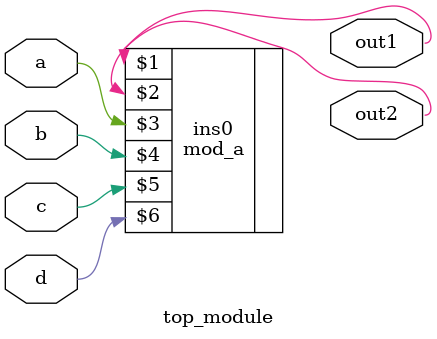
<source format=v>
module top_module ( 
    input a, 
    input b, 
    input c,
    input d,
    output out1,
    output out2
);
    mod_a ins0 (out1,out2,a,b,c,d);

endmodule

</source>
